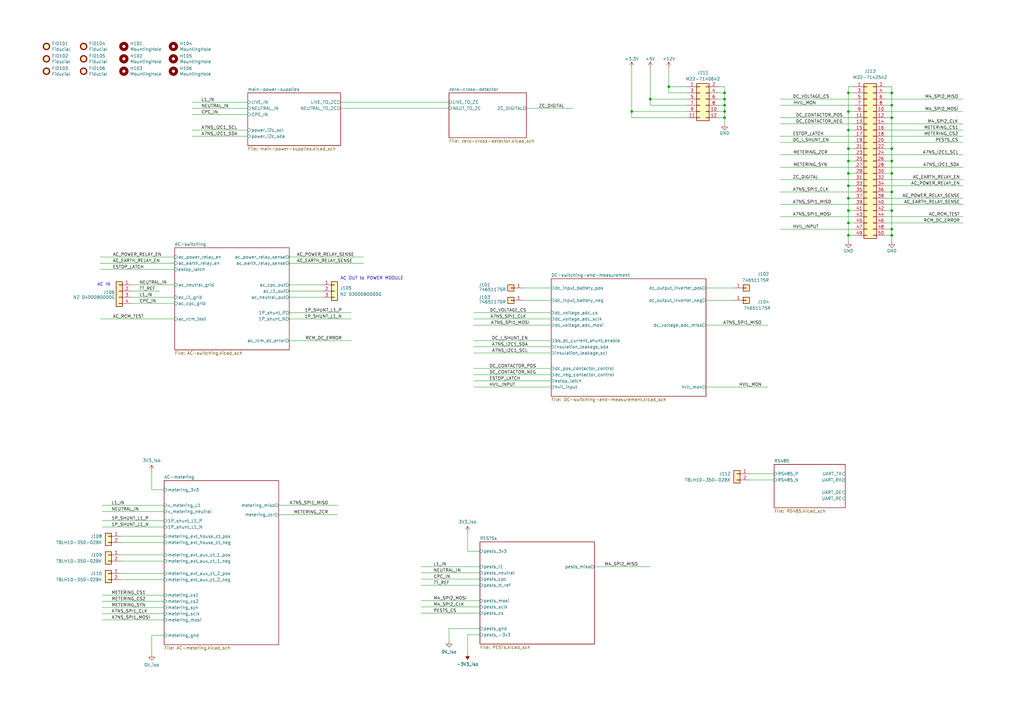
<source format=kicad_sch>
(kicad_sch (version 20230121) (generator eeschema)
  (paper "A3")
  (title_block (title "xx-xxx-PCB-001 Charger Control (HV1) Board") (date "2023-10-18") (rev "0.a") (company "Indra Renewable Technologies Ltd") (comment 1 "comment1") (comment 2 "comment2") (comment 3 "comment3") (comment 4 "comment4"))
  (lib_symbols
    (symbol "+12V_1" (power) (pin_names (offset 0))
      (property "Value" "+12V_1" (at 0 3.556 0))
      (symbol "+12V_1_0_1"
        (polyline (pts (xy -0.762 1.27) (xy 0 2.54)))
        (polyline (pts (xy 0 0) (xy 0 2.54)))
        (polyline (pts (xy 0 2.54) (xy 0.762 1.27)))
      )
      (symbol "+12V_1_1_1"
        (pin power_in line (at 0 0 90) (length 0) hide (name "+12V") (number "1"))
      )
    )
    (symbol "+5V_1" (power) (pin_names (offset 0))
      (property "Value" "+5V_1" (at 0 3.556 0))
      (symbol "+5V_1_0_1"
        (polyline (pts (xy -0.762 1.27) (xy 0 2.54)))
        (polyline (pts (xy 0 0) (xy 0 2.54)))
        (polyline (pts (xy 0 2.54) (xy 0.762 1.27)))
      )
      (symbol "+5V_1_1_1"
        (pin power_in line (at 0 0 90) (length 0) hide (name "+5V") (number "1"))
      )
    )
    (symbol "Connector_Generic:Conn_01x01" (pin_names (offset 1.016) hide)
      (property "Reference" "J" (at 0 2.54 0))
      (property "Value" "Conn_01x01" (at 0 -2.54 0))
      (symbol "Conn_01x01_1_1"
        (rectangle (start -1.27 0.127) (end 0 -0.127) (stroke (width 0.1524)))
        (rectangle (start -1.27 1.27) (end 1.27 -1.27) (stroke (width 0.254)) (fill (type background)))
        (pin passive line (at -5.08 0 0) (length 3.81) (name "Pin_1") (number "1"))
      )
    )
    (symbol "M22-7142542_1" (pin_names (offset 1.016) hide)
      (property "Reference" "J" (at 6.35 63.5 0))
      (property "Value" "M22-7142542" (at 6.35 -2.54 0))
      (symbol "M22-7142542_1_1_1"
        (rectangle (start 3.81 0.127) (end 5.08 -0.127) (stroke (width 0.1524)))
        (rectangle (start 3.81 2.667) (end 5.08 2.413) (stroke (width 0.1524)))
        (rectangle (start 3.81 5.207) (end 5.08 4.953) (stroke (width 0.1524)))
        (rectangle (start 3.81 7.747) (end 5.08 7.493) (stroke (width 0.1524)))
        (rectangle (start 3.81 10.287) (end 5.08 10.033) (stroke (width 0.1524)))
        (rectangle (start 3.81 12.827) (end 5.08 12.573) (stroke (width 0.1524)))
        (rectangle (start 3.81 15.367) (end 5.08 15.113) (stroke (width 0.1524)))
        (rectangle (start 3.81 17.907) (end 5.08 17.653) (stroke (width 0.1524)))
        (rectangle (start 3.81 20.447) (end 5.08 20.193) (stroke (width 0.1524)))
        (rectangle (start 3.81 22.987) (end 5.08 22.733) (stroke (width 0.1524)))
        (rectangle (start 3.81 25.527) (end 5.08 25.273) (stroke (width 0.1524)))
        (rectangle (start 3.81 28.067) (end 5.08 27.813) (stroke (width 0.1524)))
        (rectangle (start 3.81 30.607) (end 5.08 30.353) (stroke (width 0.1524)))
        (rectangle (start 3.81 33.147) (end 5.08 32.893) (stroke (width 0.1524)))
        (rectangle (start 3.81 35.687) (end 5.08 35.433) (stroke (width 0.1524)))
        (rectangle (start 3.81 38.227) (end 5.08 37.973) (stroke (width 0.1524)))
        (rectangle (start 3.81 40.767) (end 5.08 40.513) (stroke (width 0.1524)))
        (rectangle (start 3.81 43.307) (end 5.08 43.053) (stroke (width 0.1524)))
        (rectangle (start 3.81 45.847) (end 5.08 45.593) (stroke (width 0.1524)))
        (rectangle (start 3.81 48.387) (end 5.08 48.133) (stroke (width 0.1524)))
        (rectangle (start 3.81 50.927) (end 5.08 50.673) (stroke (width 0.1524)))
        (rectangle (start 3.81 53.467) (end 5.08 53.213) (stroke (width 0.1524)))
        (rectangle (start 3.81 56.007) (end 5.08 55.753) (stroke (width 0.1524)))
        (rectangle (start 3.81 58.547) (end 5.08 58.293) (stroke (width 0.1524)))
        (rectangle (start 3.81 61.087) (end 5.08 60.833) (stroke (width 0.1524)))
        (rectangle (start 3.81 62.23) (end 8.89 -1.27) (stroke (width 0.254)) (fill (type background)))
        (rectangle (start 8.89 0.127) (end 7.62 -0.127) (stroke (width 0.1524)))
        (rectangle (start 8.89 2.667) (end 7.62 2.413) (stroke (width 0.1524)))
        (rectangle (start 8.89 5.207) (end 7.62 4.953) (stroke (width 0.1524)))
        (rectangle (start 8.89 7.747) (end 7.62 7.493) (stroke (width 0.1524)))
        (rectangle (start 8.89 10.287) (end 7.62 10.033) (stroke (width 0.1524)))
        (rectangle (start 8.89 12.827) (end 7.62 12.573) (stroke (width 0.1524)))
        (rectangle (start 8.89 15.367) (end 7.62 15.113) (stroke (width 0.1524)))
        (rectangle (start 8.89 17.907) (end 7.62 17.653) (stroke (width 0.1524)))
        (rectangle (start 8.89 20.447) (end 7.62 20.193) (stroke (width 0.1524)))
        (rectangle (start 8.89 22.987) (end 7.62 22.733) (stroke (width 0.1524)))
        (rectangle (start 8.89 25.527) (end 7.62 25.273) (stroke (width 0.1524)))
        (rectangle (start 8.89 28.067) (end 7.62 27.813) (stroke (width 0.1524)))
        (rectangle (start 8.89 30.607) (end 7.62 30.353) (stroke (width 0.1524)))
        (rectangle (start 8.89 33.147) (end 7.62 32.893) (stroke (width 0.1524)))
        (rectangle (start 8.89 35.687) (end 7.62 35.433) (stroke (width 0.1524)))
        (rectangle (start 8.89 38.227) (end 7.62 37.973) (stroke (width 0.1524)))
        (rectangle (start 8.89 40.767) (end 7.62 40.513) (stroke (width 0.1524)))
        (rectangle (start 8.89 43.307) (end 7.62 43.053) (stroke (width 0.1524)))
        (rectangle (start 8.89 45.847) (end 7.62 45.593) (stroke (width 0.1524)))
        (rectangle (start 8.89 48.387) (end 7.62 48.133) (stroke (width 0.1524)))
        (rectangle (start 8.89 50.927) (end 7.62 50.673) (stroke (width 0.1524)))
        (rectangle (start 8.89 53.467) (end 7.62 53.213) (stroke (width 0.1524)))
        (rectangle (start 8.89 56.007) (end 7.62 55.753) (stroke (width 0.1524)))
        (rectangle (start 8.89 58.547) (end 7.62 58.293) (stroke (width 0.1524)))
        (rectangle (start 8.89 61.087) (end 7.62 60.833) (stroke (width 0.1524)))
        (pin passive line (at 0 60.96 0) (length 3.81) (name "Pin_1") (number "1"))
        (pin passive line (at 12.7 50.8 180) (length 3.81) (name "Pin_10") (number "10"))
        (pin passive line (at 0 48.26 0) (length 3.81) (name "Pin_11") (number "11"))
        (pin passive line (at 12.7 48.26 180) (length 3.81) (name "Pin_12") (number "12"))
        (pin passive line (at 0 45.72 0) (length 3.81) (name "Pin_13") (number "13"))
        (pin passive line (at 12.7 45.72 180) (length 3.81) (name "Pin_14") (number "14"))
        (pin passive line (at 0 43.18 0) (length 3.81) (name "Pin_15") (number "15"))
        (pin passive line (at 12.7 43.18 180) (length 3.81) (name "Pin_16") (number "16"))
        (pin passive line (at 0 40.64 0) (length 3.81) (name "Pin_17") (number "17"))
        (pin passive line (at 12.7 40.64 180) (length 3.81) (name "Pin_18") (number "18"))
        (pin passive line (at 0 38.1 0) (length 3.81) (name "Pin_19") (number "19"))
        (pin passive line (at 12.7 60.96 180) (length 3.81) (name "Pin_2") (number "2"))
        (pin passive line (at 12.7 38.1 180) (length 3.81) (name "Pin_20") (number "20"))
        (pin passive line (at 0 35.56 0) (length 3.81) (name "Pin_21") (number "21"))
        (pin passive line (at 12.7 35.56 180) (length 3.81) (name "Pin_22") (number "22"))
        (pin passive line (at 0 33.02 0) (length 3.81) (name "Pin_23") (number "23"))
        (pin passive line (at 12.7 33.02 180) (length 3.81) (name "Pin_24") (number "24"))
        (pin passive line (at 0 30.48 0) (length 3.81) (name "Pin_25") (number "25"))
        (pin passive line (at 12.7 30.48 180) (length 3.81) (name "Pin_26") (number "26"))
        (pin passive line (at 0 27.94 0) (length 3.81) (name "Pin_27") (number "27"))
        (pin passive line (at 12.7 27.94 180) (length 3.81) (name "Pin_28") (number "28"))
        (pin passive line (at 0 25.4 0) (length 3.81) (name "Pin_29") (number "29"))
        (pin passive line (at 0 58.42 0) (length 3.81) (name "Pin_3") (number "3"))
        (pin passive line (at 12.7 25.4 180) (length 3.81) (name "Pin_30") (number "30"))
        (pin passive line (at 0 22.86 0) (length 3.81) (name "Pin_31") (number "31"))
        (pin passive line (at 12.7 22.86 180) (length 3.81) (name "Pin_32") (number "32"))
        (pin passive line (at 0 20.32 0) (length 3.81) (name "Pin_33") (number "33"))
        (pin passive line (at 12.7 20.32 180) (length 3.81) (name "Pin_34") (number "34"))
        (pin passive line (at 0 17.78 0) (length 3.81) (name "Pin_35") (number "35"))
        (pin passive line (at 12.7 17.78 180) (length 3.81) (name "Pin_36") (number "36"))
        (pin passive line (at 0 15.24 0) (length 3.81) (name "Pin_37") (number "37"))
        (pin passive line (at 12.7 15.24 180) (length 3.81) (name "Pin_38") (number "38"))
        (pin passive line (at 0 12.7 0) (length 3.81) (name "Pin_39") (number "39"))
        (pin passive line (at 12.7 58.42 180) (length 3.81) (name "Pin_4") (number "4"))
        (pin passive line (at 12.7 12.7 180) (length 3.81) (name "Pin_40") (number "40"))
        (pin passive line (at 0 10.16 0) (length 3.81) (name "Pin_41") (number "41"))
        (pin passive line (at 12.7 10.16 180) (length 3.81) (name "Pin_42") (number "42"))
        (pin passive line (at 0 7.62 0) (length 3.81) (name "Pin_43") (number "43"))
        (pin passive line (at 12.7 7.62 180) (length 3.81) (name "Pin_44") (number "44"))
        (pin passive line (at 0 5.08 0) (length 3.81) (name "Pin_45") (number "45"))
        (pin passive line (at 12.7 5.08 180) (length 3.81) (name "Pin_46") (number "46"))
        (pin passive line (at 0 2.54 0) (length 3.81) (name "Pin_47") (number "47"))
        (pin passive line (at 12.7 2.54 180) (length 3.81) (name "Pin_48") (number "48"))
        (pin passive line (at 0 0 0) (length 3.81) (name "Pin_49") (number "49"))
        (pin passive line (at 0 55.88 0) (length 3.81) (name "Pin_5") (number "5"))
        (pin passive line (at 12.7 0 180) (length 3.81) (name "Pin_50") (number "50"))
        (pin passive line (at 12.7 55.88 180) (length 3.81) (name "Pin_6") (number "6"))
        (pin passive line (at 0 53.34 0) (length 3.81) (name "Pin_7") (number "7"))
        (pin passive line (at 12.7 53.34 180) (length 3.81) (name "Pin_8") (number "8"))
        (pin passive line (at 0 50.8 0) (length 3.81) (name "Pin_9") (number "9"))
      )
    )
    (symbol "Mechanical:Fiducial"
      (property "Reference" "FID" (at 0 5.08 0))
      (property "Value" "Fiducial" (at 0 3.175 0))
      (symbol "Fiducial_0_1"
        (circle (center 0 0) (radius 1.27) (stroke (width 0.508)) (fill (type background)))
      )
    )
    (symbol "Mechanical:MountingHole" (pin_names (offset 1.016))
      (property "Reference" "H" (at 0 5.08 0))
      (property "Value" "MountingHole" (at 0 3.175 0))
      (symbol "MountingHole_0_1"
        (circle (center 0 0) (radius 1.27) (stroke (width 1.27)))
      )
    )
    (symbol "hw-v2x-play1_1-power-board:+3V3_iso" (power) (pin_numbers hide) (pin_names (offset 0) hide)
      (property "Value" "+3V3_iso" (at 0 4.3942 0))
      (symbol "+3V3_iso_1_1"
        (polyline (pts (xy -0.762 1.27) (xy 0 2.54)))
        (polyline (pts (xy 0 0) (xy 0 2.54)))
        (polyline (pts (xy 0 2.54) (xy 0.762 1.27)))
        (pin power_in line (at 0 0 0) (length 2.54) hide (name "3V3_iso") (number "1"))
      )
    )
    (symbol "hw-v2x-play1_1-power-board:-3V3_iso" (power) (pin_numbers hide) (pin_names (offset 0) hide)
      (property "Value" "-3V3_iso" (at 0 4.3942 0))
      (symbol "-3V3_iso_1_1"
        (polyline (pts (xy 0 0) (xy 0 1.27) (xy 0.762 1.27) (xy 0 2.54) (xy -0.762 1.27) (xy 0 1.27)) (fill (type outline)))
        (pin power_in line (at 0 0 0) (length 2.54) hide (name "-3V3_iso") (number "1"))
      )
    )
    (symbol "hw-v2x-play1_1-power-board:0V_iso" (power) (pin_names (offset 0))
      (property "Value" "0V_iso" (at 0 -3.81 0))
      (symbol "0V_iso_0_1"
        (polyline (pts (xy 0 0) (xy 0 -1.27) (xy 1.27 -1.27) (xy 0 -2.54) (xy -1.27 -1.27) (xy 0 -1.27)))
      )
      (symbol "0V_iso_1_1"
        (pin power_in line (at 0 0 270) (length 0) hide (name "0V_iso") (number "1"))
      )
    )
    (symbol "hw-v2x-play1_1-power-board:M22-7140642" (pin_names (offset 1.016) hide)
      (property "Reference" "J" (at 6.35 15.24 0))
      (property "Value" "M22-7140642" (at 6.35 -2.54 0))
      (symbol "M22-7140642_1_1"
        (rectangle (start 3.81 0.127) (end 5.08 -0.127) (stroke (width 0.1524)))
        (rectangle (start 3.81 2.667) (end 5.08 2.413) (stroke (width 0.1524)))
        (rectangle (start 3.81 5.207) (end 5.08 4.953) (stroke (width 0.1524)))
        (rectangle (start 3.81 7.747) (end 5.08 7.493) (stroke (width 0.1524)))
        (rectangle (start 3.81 10.287) (end 5.08 10.033) (stroke (width 0.1524)))
        (rectangle (start 3.81 12.827) (end 5.08 12.573) (stroke (width 0.1524)))
        (rectangle (start 3.81 13.97) (end 8.89 -1.27) (stroke (width 0.254)) (fill (type background)))
        (rectangle (start 8.89 0.127) (end 7.62 -0.127) (stroke (width 0.1524)))
        (rectangle (start 8.89 2.667) (end 7.62 2.413) (stroke (width 0.1524)))
        (rectangle (start 8.89 5.207) (end 7.62 4.953) (stroke (width 0.1524)))
        (rectangle (start 8.89 7.747) (end 7.62 7.493) (stroke (width 0.1524)))
        (rectangle (start 8.89 10.287) (end 7.62 10.033) (stroke (width 0.1524)))
        (rectangle (start 8.89 12.827) (end 7.62 12.573) (stroke (width 0.1524)))
        (pin passive line (at 0 12.7 0) (length 3.81) (name "Pin_1") (number "1"))
        (pin passive line (at 12.7 2.54 180) (length 3.81) (name "Pin_10") (number "10"))
        (pin passive line (at 0 0 0) (length 3.81) (name "Pin_11") (number "11"))
        (pin passive line (at 12.7 0 180) (length 3.81) (name "Pin_12") (number "12"))
        (pin passive line (at 12.7 12.7 180) (length 3.81) (name "Pin_2") (number "2"))
        (pin passive line (at 0 10.16 0) (length 3.81) (name "Pin_3") (number "3"))
        (pin passive line (at 12.7 10.16 180) (length 3.81) (name "Pin_4") (number "4"))
        (pin passive line (at 0 7.62 0) (length 3.81) (name "Pin_5") (number "5"))
        (pin passive line (at 12.7 7.62 180) (length 3.81) (name "Pin_6") (number "6"))
        (pin passive line (at 0 5.08 0) (length 3.81) (name "Pin_7") (number "7"))
        (pin passive line (at 12.7 5.08 180) (length 3.81) (name "Pin_8") (number "8"))
        (pin passive line (at 0 2.54 0) (length 3.81) (name "Pin_9") (number "9"))
      )
    )
    (symbol "hw-v2x-play1_1-power-board:NZ_0300xB0000G" (pin_names (offset 1.016) hide)
      (property "Reference" "J" (at 8.89 5.715 0))
      (property "Value" "NZ 03000B0000G" (at 8.89 -3.81 0))
      (symbol "NZ_0300xB0000G_1_1"
        (rectangle (start 3.81 0.127) (end 5.08 -0.127) (stroke (width 0.1524)))
        (rectangle (start 3.81 2.667) (end 5.08 2.413) (stroke (width 0.1524)))
        (rectangle (start 3.81 5.207) (end 5.08 4.953) (stroke (width 0.1524)))
        (rectangle (start 3.81 6.35) (end 6.35 -1.27) (stroke (width 0.254)) (fill (type background)))
        (pin passive line (at 0 5.08 0) (length 3.81) (name "Pin_1") (number "1"))
        (pin passive line (at 0 2.54 0) (length 3.81) (name "Pin_2") (number "2"))
        (pin passive line (at 0 0 0) (length 3.81) (name "Pin_3") (number "3"))
      )
    )
    (symbol "hw-v2x-play1_1-power-board:NZ_0400xB0000G" (pin_names (offset 1.016) hide)
      (property "Reference" "J" (at 3.81 3.175 0))
      (property "Value" "NZ 04000B0000G" (at 7.62 -3.175 0))
      (symbol "NZ_0400xB0000G_1_1"
        (rectangle (start 3.81 0.127) (end 5.08 -0.127) (stroke (width 0.1524)))
        (rectangle (start 3.81 2.667) (end 5.08 2.413) (stroke (width 0.1524)))
        (rectangle (start 3.81 5.207) (end 5.08 4.953) (stroke (width 0.1524)))
        (rectangle (start 3.81 7.747) (end 5.08 7.493) (stroke (width 0.1524)))
        (rectangle (start 3.81 8.89) (end 6.35 -1.27) (stroke (width 0.254)) (fill (type background)))
        (pin passive line (at 0 7.62 0) (length 3.81) (name "Pin_1") (number "1"))
        (pin passive line (at 0 5.08 0) (length 3.81) (name "Pin_2") (number "2"))
        (pin passive line (at 0 2.54 0) (length 3.81) (name "Pin_3") (number "3"))
        (pin passive line (at 0 0 0) (length 3.81) (name "Pin_4") (number "4"))
      )
    )
    (symbol "hw-v2x-play1_1-power-board:TBLH10-350-02BK" (pin_names (offset 1.016) hide)
      (property "Reference" "J" (at 5.08 5.08 0))
      (property "Value" "TBLH10-350-02BK" (at 5.08 -2.54 0))
      (symbol "TBLH10-350-02BK_1_1"
        (rectangle (start 3.81 0.127) (end 5.08 -0.127) (stroke (width 0.1524)))
        (rectangle (start 3.81 2.667) (end 5.08 2.413) (stroke (width 0.1524)))
        (rectangle (start 3.81 3.81) (end 6.35 -1.27) (stroke (width 0.254)) (fill (type background)))
        (pin passive line (at 0 2.54 0) (length 3.81) (name "Pin_1") (number "1"))
        (pin passive line (at 0 0 0) (length 3.81) (name "Pin_2") (number "2"))
      )
    )
    (symbol "power:+3.3V" (power) (pin_names (offset 0))
      (property "Value" "+3.3V" (at 0 3.556 0))
      (symbol "+3.3V_0_1"
        (polyline (pts (xy -0.762 1.27) (xy 0 2.54)))
        (polyline (pts (xy 0 0) (xy 0 2.54)))
        (polyline (pts (xy 0 2.54) (xy 0.762 1.27)))
      )
      (symbol "+3.3V_1_1"
        (pin power_in line (at 0 0 90) (length 0) hide (name "+3.3V") (number "1"))
      )
    )
    (symbol "power:GND" (power) (pin_names (offset 0))
      (property "Value" "GND" (at 0 -3.81 0))
      (symbol "GND_0_1"
        (polyline (pts (xy 0 0) (xy 0 -1.27) (xy 1.27 -1.27) (xy 0 -2.54) (xy -1.27 -1.27) (xy 0 -1.27)))
      )
      (symbol "GND_1_1"
        (pin power_in line (at 0 0 270) (length 0) hide (name "GND") (number "1"))
      )
    )
  )
  (junction (at 297.18 48.26))
  (junction (at 365.76 86.36))
  (junction (at 365.76 71.12))
  (junction (at 274.32 35.56))
  (junction (at 347.98 71.12))
  (junction (at 347.98 96.52))
  (junction (at 365.76 38.1))
  (junction (at 347.98 60.96))
  (junction (at 365.76 48.26))
  (junction (at 347.98 91.44))
  (junction (at 365.76 93.98))
  (junction (at 297.18 38.1))
  (junction (at 297.18 40.64))
  (junction (at 347.98 53.34))
  (junction (at 297.18 43.18))
  (junction (at 347.98 86.36))
  (junction (at 259.08 45.72))
  (junction (at 365.76 60.96))
  (junction (at 297.18 45.72))
  (junction (at 365.76 78.74))
  (junction (at 347.98 81.28))
  (junction (at 347.98 76.2))
  (junction (at 365.76 66.04))
  (junction (at 365.76 43.18))
  (junction (at 347.98 45.72))
  (junction (at 347.98 38.1))
  (junction (at 266.7 40.64))
  (junction (at 347.98 66.04))
  (junction (at 365.76 96.52))
  (wire (pts (xy 259.08 48.26) (xy 281.94 48.26)))
  (wire (pts (xy 41.91 251.714) (xy 67.31 251.714)))
  (wire (pts (xy 363.22 38.1) (xy 365.76 38.1)))
  (wire (pts (xy 172.72 251.46) (xy 196.85 251.46)))
  (wire (pts (xy 184.15 262.89) (xy 184.15 257.81)))
  (wire (pts (xy 41.91 249.174) (xy 67.31 249.174)))
  (wire (pts (xy 363.22 66.04) (xy 365.76 66.04)))
  (wire (pts (xy 363.22 83.82) (xy 394.97 83.82)))
  (wire (pts (xy 49.53 235.204) (xy 67.31 235.204)))
  (wire (pts (xy 49.53 230.124) (xy 67.31 230.124)))
  (wire (pts (xy 350.52 35.56) (xy 347.98 35.56)))
  (wire (pts (xy 347.98 86.36) (xy 347.98 91.44)))
  (wire (pts (xy 214.63 123.19) (xy 226.06 123.19)))
  (wire (pts (xy 118.618 119.38) (xy 132.08 119.38)))
  (wire (pts (xy 347.98 60.96) (xy 350.52 60.96)))
  (wire (pts (xy 172.72 234.95) (xy 196.85 234.95)))
  (wire (pts (xy 41.91 213.614) (xy 67.31 213.614)))
  (wire (pts (xy 41.91 254.254) (xy 67.31 254.254)))
  (wire (pts (xy 118.618 107.95) (xy 149.098 107.95)))
  (wire (pts (xy 365.76 48.26) (xy 365.76 60.96)))
  (wire (pts (xy 363.22 60.96) (xy 365.76 60.96)))
  (wire (pts (xy 194.31 156.21) (xy 226.06 156.21)))
  (wire (pts (xy 49.53 219.964) (xy 67.31 219.964)))
  (wire (pts (xy 78.74 55.88) (xy 101.6 55.88)))
  (wire (pts (xy 365.76 38.1) (xy 365.76 43.18)))
  (wire (pts (xy 41.148 110.49) (xy 71.628 110.49)))
  (wire (pts (xy 41.148 107.95) (xy 71.628 107.95)))
  (wire (pts (xy 49.53 222.504) (xy 67.31 222.504)))
  (wire (pts (xy 274.32 38.1) (xy 281.94 38.1)))
  (wire (pts (xy 347.98 53.34) (xy 350.52 53.34)))
  (wire (pts (xy 365.76 71.12) (xy 365.76 78.74)))
  (wire (pts (xy 259.08 27.94) (xy 259.08 45.72)))
  (wire (pts (xy 118.618 121.92) (xy 132.08 121.92)))
  (wire (pts (xy 289.56 123.19) (xy 300.99 123.19)))
  (wire (pts (xy 78.74 44.45) (xy 101.6 44.45)))
  (wire (pts (xy 363.22 86.36) (xy 365.76 86.36)))
  (wire (pts (xy 53.975 119.38) (xy 65.405 119.38)))
  (wire (pts (xy 347.98 66.04) (xy 347.98 71.12)))
  (wire (pts (xy 53.975 116.84) (xy 71.628 116.84)))
  (wire (pts (xy 41.91 209.804) (xy 67.31 209.804)))
  (wire (pts (xy 139.7 41.91) (xy 184.15 41.91)))
  (wire (pts (xy 363.22 35.56) (xy 365.76 35.56)))
  (wire (pts (xy 118.618 128.27) (xy 144.018 128.27)))
  (wire (pts (xy 365.76 43.18) (xy 365.76 48.26)))
  (wire (pts (xy 347.98 76.2) (xy 347.98 81.28)))
  (wire (pts (xy 297.18 35.56) (xy 297.18 38.1)))
  (wire (pts (xy 363.22 81.28) (xy 394.97 81.28)))
  (wire (pts (xy 118.618 130.81) (xy 144.018 130.81)))
  (wire (pts (xy 363.22 76.2) (xy 394.97 76.2)))
  (wire (pts (xy 320.04 43.18) (xy 350.52 43.18)))
  (wire (pts (xy 194.31 128.27) (xy 226.06 128.27)))
  (wire (pts (xy 294.64 40.64) (xy 297.18 40.64)))
  (wire (pts (xy 347.98 91.44) (xy 350.52 91.44)))
  (wire (pts (xy 297.18 40.64) (xy 297.18 43.18)))
  (wire (pts (xy 363.22 88.9) (xy 394.97 88.9)))
  (wire (pts (xy 363.22 96.52) (xy 365.76 96.52)))
  (wire (pts (xy 172.72 248.92) (xy 196.85 248.92)))
  (wire (pts (xy 191.77 267.97) (xy 191.77 260.35)))
  (wire (pts (xy 266.7 40.64) (xy 266.7 43.18)))
  (wire (pts (xy 363.22 93.98) (xy 365.76 93.98)))
  (wire (pts (xy 114.3 207.264) (xy 138.43 207.264)))
  (wire (pts (xy 172.72 232.41) (xy 196.85 232.41)))
  (wire (pts (xy 41.91 207.264) (xy 67.31 207.264)))
  (wire (pts (xy 363.22 45.72) (xy 394.97 45.72)))
  (wire (pts (xy 320.04 55.88) (xy 350.52 55.88)))
  (wire (pts (xy 320.04 48.26) (xy 350.52 48.26)))
  (wire (pts (xy 259.08 45.72) (xy 259.08 48.26)))
  (wire (pts (xy 347.98 91.44) (xy 347.98 96.52)))
  (wire (pts (xy 363.22 40.64) (xy 394.97 40.64)))
  (wire (pts (xy 41.91 246.634) (xy 67.31 246.634)))
  (wire (pts (xy 365.76 66.04) (xy 365.76 71.12)))
  (wire (pts (xy 347.98 71.12) (xy 350.52 71.12)))
  (wire (pts (xy 114.3 211.074) (xy 138.43 211.074)))
  (wire (pts (xy 347.98 60.96) (xy 347.98 66.04)))
  (wire (pts (xy 347.98 76.2) (xy 350.52 76.2)))
  (wire (pts (xy 194.31 133.35) (xy 226.06 133.35)))
  (wire (pts (xy 191.77 260.35) (xy 196.85 260.35)))
  (wire (pts (xy 266.7 40.64) (xy 281.94 40.64)))
  (wire (pts (xy 118.618 105.41) (xy 149.098 105.41)))
  (wire (pts (xy 62.23 260.604) (xy 67.31 260.604)))
  (wire (pts (xy 363.22 53.34) (xy 394.97 53.34)))
  (wire (pts (xy 363.22 58.42) (xy 394.97 58.42)))
  (wire (pts (xy 363.22 68.58) (xy 394.97 68.58)))
  (wire (pts (xy 41.91 244.094) (xy 67.31 244.094)))
  (wire (pts (xy 172.72 246.38) (xy 196.85 246.38)))
  (wire (pts (xy 118.618 116.84) (xy 132.08 116.84)))
  (wire (pts (xy 363.22 43.18) (xy 365.76 43.18)))
  (wire (pts (xy 347.98 45.72) (xy 347.98 53.34)))
  (wire (pts (xy 41.148 130.81) (xy 71.628 130.81)))
  (wire (pts (xy 194.31 151.13) (xy 226.06 151.13)))
  (wire (pts (xy 294.64 45.72) (xy 297.18 45.72)))
  (wire (pts (xy 320.04 40.64) (xy 350.52 40.64)))
  (wire (pts (xy 172.72 240.03) (xy 196.85 240.03)))
  (wire (pts (xy 363.22 50.8) (xy 394.97 50.8)))
  (wire (pts (xy 274.32 27.94) (xy 274.32 35.56)))
  (wire (pts (xy 363.22 78.74) (xy 365.76 78.74)))
  (wire (pts (xy 294.64 38.1) (xy 297.18 38.1)))
  (wire (pts (xy 297.18 45.72) (xy 297.18 48.26)))
  (wire (pts (xy 294.64 43.18) (xy 297.18 43.18)))
  (wire (pts (xy 215.9 44.45) (xy 234.95 44.45)))
  (wire (pts (xy 347.98 38.1) (xy 347.98 45.72)))
  (wire (pts (xy 274.32 35.56) (xy 274.32 38.1)))
  (wire (pts (xy 191.77 226.06) (xy 196.85 226.06)))
  (wire (pts (xy 274.32 35.56) (xy 281.94 35.56)))
  (wire (pts (xy 289.56 118.11) (xy 300.99 118.11)))
  (wire (pts (xy 118.618 139.7) (xy 144.018 139.7)))
  (wire (pts (xy 194.31 130.81) (xy 226.06 130.81)))
  (wire (pts (xy 266.7 43.18) (xy 281.94 43.18)))
  (wire (pts (xy 320.04 88.9) (xy 350.52 88.9)))
  (wire (pts (xy 365.76 96.52) (xy 365.76 99.06)))
  (wire (pts (xy 347.98 45.72) (xy 350.52 45.72)))
  (wire (pts (xy 62.23 193.294) (xy 62.23 200.914)))
  (wire (pts (xy 307.34 196.85) (xy 317.5 196.85)))
  (wire (pts (xy 289.56 158.75) (xy 314.96 158.75)))
  (wire (pts (xy 365.76 86.36) (xy 365.76 93.98)))
  (wire (pts (xy 214.63 118.11) (xy 226.06 118.11)))
  (wire (pts (xy 347.98 96.52) (xy 350.52 96.52)))
  (wire (pts (xy 259.08 45.72) (xy 281.94 45.72)))
  (wire (pts (xy 78.74 53.34) (xy 101.6 53.34)))
  (wire (pts (xy 363.22 91.44) (xy 394.97 91.44)))
  (wire (pts (xy 243.84 232.41) (xy 266.7 232.41)))
  (wire (pts (xy 194.31 142.24) (xy 226.06 142.24)))
  (wire (pts (xy 363.22 73.66) (xy 394.97 73.66)))
  (wire (pts (xy 347.98 53.34) (xy 347.98 60.96)))
  (wire (pts (xy 347.98 71.12) (xy 347.98 76.2)))
  (wire (pts (xy 347.98 66.04) (xy 350.52 66.04)))
  (wire (pts (xy 363.22 63.5) (xy 394.97 63.5)))
  (wire (pts (xy 297.18 38.1) (xy 297.18 40.64)))
  (wire (pts (xy 62.23 268.224) (xy 62.23 260.604)))
  (wire (pts (xy 320.04 83.82) (xy 350.52 83.82)))
  (wire (pts (xy 347.98 81.28) (xy 350.52 81.28)))
  (wire (pts (xy 41.91 216.154) (xy 67.31 216.154)))
  (wire (pts (xy 49.53 227.584) (xy 67.31 227.584)))
  (wire (pts (xy 365.76 60.96) (xy 365.76 66.04)))
  (wire (pts (xy 266.7 27.94) (xy 266.7 40.64)))
  (wire (pts (xy 320.04 50.8) (xy 350.52 50.8)))
  (wire (pts (xy 194.31 144.78) (xy 226.06 144.78)))
  (wire (pts (xy 139.7 44.45) (xy 184.15 44.45)))
  (wire (pts (xy 194.31 158.75) (xy 226.06 158.75)))
  (wire (pts (xy 289.56 133.35) (xy 314.96 133.35)))
  (wire (pts (xy 347.98 86.36) (xy 350.52 86.36)))
  (wire (pts (xy 184.15 257.81) (xy 196.85 257.81)))
  (wire (pts (xy 53.975 124.46) (xy 71.628 124.46)))
  (wire (pts (xy 347.98 81.28) (xy 347.98 86.36)))
  (wire (pts (xy 363.22 55.88) (xy 394.97 55.88)))
  (wire (pts (xy 294.64 35.56) (xy 297.18 35.56)))
  (wire (pts (xy 347.98 96.52) (xy 347.98 99.06)))
  (wire (pts (xy 41.148 105.41) (xy 71.628 105.41)))
  (wire (pts (xy 194.31 139.7) (xy 226.06 139.7)))
  (wire (pts (xy 172.72 237.49) (xy 196.85 237.49)))
  (wire (pts (xy 363.22 48.26) (xy 365.76 48.26)))
  (wire (pts (xy 78.74 46.99) (xy 101.6 46.99)))
  (wire (pts (xy 78.74 41.91) (xy 101.6 41.91)))
  (wire (pts (xy 320.04 78.74) (xy 350.52 78.74)))
  (wire (pts (xy 297.18 43.18) (xy 297.18 45.72)))
  (wire (pts (xy 320.04 63.5) (xy 350.52 63.5)))
  (wire (pts (xy 294.64 48.26) (xy 297.18 48.26)))
  (wire (pts (xy 320.04 73.66) (xy 350.52 73.66)))
  (wire (pts (xy 350.52 68.58) (xy 320.04 68.58)))
  (wire (pts (xy 365.76 35.56) (xy 365.76 38.1)))
  (wire (pts (xy 365.76 93.98) (xy 365.76 96.52)))
  (wire (pts (xy 53.975 121.92) (xy 71.628 121.92)))
  (wire (pts (xy 297.18 48.26) (xy 297.18 50.8)))
  (wire (pts (xy 307.34 194.31) (xy 317.5 194.31)))
  (wire (pts (xy 62.23 200.914) (xy 67.31 200.914)))
  (wire (pts (xy 347.98 35.56) (xy 347.98 38.1)))
  (wire (pts (xy 320.04 58.42) (xy 350.52 58.42)))
  (wire (pts (xy 320.04 93.98) (xy 350.52 93.98)))
  (wire (pts (xy 49.53 237.744) (xy 67.31 237.744)))
  (wire (pts (xy 191.77 218.44) (xy 191.77 226.06)))
  (wire (pts (xy 363.22 71.12) (xy 365.76 71.12)))
  (wire (pts (xy 194.31 153.67) (xy 226.06 153.67)))
  (wire (pts (xy 347.98 38.1) (xy 350.52 38.1)))
  (wire (pts (xy 365.76 78.74) (xy 365.76 86.36)))
  (text "AC IN" (at 39.878 117.475 0) (effects (font (size 1.27 1.27)) (justify left bottom)))
  (text "AC OUT to POWER MODULE" (at 139.573 114.935 0) (effects (font (size 1.27 1.27)) (justify left bottom)))
  (label "DC_CONTACTOR_POS" (at 200.66 151.13 0))
  (label "RCM_DC_ERROR" (at 393.7 91.44 180))
  (label "DC_I_SHUNT_EN" (at 325.12 58.42 0))
  (label "M4_SPI2_MOSI" (at 177.8 246.38 0))
  (label "AC_POWER_RELAY_SENSE" (at 145.288 105.41 180))
  (label "TT_REF" (at 57.15 119.38 0))
  (label "AC_RCM_TEST" (at 393.7 88.9 180))
  (label "DC_CONTACTOR_POS" (at 326.39 48.26 0))
  (label "NEUTRAL_IN" (at 177.8 234.95 0))
  (label "A7NS_SPI1_MISO" (at 325.12 83.82 0))
  (label "A7NS_SPI1_MISO" (at 312.42 133.35 180))
  (label "DC_VOLTAGE_CS" (at 215.9 128.27 180))
  (label "TT_REF" (at 177.8 240.03 0))
  (label "METERING_CS1" (at 393.065 53.34 180))
  (label "A7NS_I2C1_SCL" (at 82.55 53.34 0))
  (label "M4_SPI2_MOSI" (at 393.065 45.72 180))
  (label "A7NS_I2C1_SDA" (at 393.446 68.58 180))
  (label "M4_SPI2_CLK" (at 177.8 248.92 0))
  (label "L1_IN" (at 45.72 207.264 0))
  (label "L1_IN" (at 57.15 121.92 0))
  (label "A7NS_SPI1_MOSI" (at 45.72 254.254 0))
  (label "AC_EARTH_RELAY_SENSE" (at 393.7 83.82 180))
  (label "A7NS_SPI1_CLK" (at 45.72 251.714 0))
  (label "DC_CONTACTOR_NEG" (at 326.39 50.8 0))
  (label "AC_POWER_RELAY_EN" (at 46.228 105.41 0))
  (label "1P_SHUNT_L1_P" (at 140.208 128.27 180))
  (label "ESTOP_LATCH" (at 46.228 110.49 0))
  (label "A7NS_SPI1_MISO" (at 134.62 207.264 180))
  (label "AC_EARTH_RELAY_EN" (at 46.228 107.95 0))
  (label "METERING_CS1" (at 45.72 244.094 0))
  (label "A7NS_I2C1_SCL" (at 216.535 144.78 180))
  (label "HVIL_MON" (at 325.374 43.18 0))
  (label "METERING_SYN" (at 45.72 249.174 0))
  (label "ZC_DIGITAL" (at 220.98 44.45 0))
  (label "METERING_CS2" (at 45.72 246.634 0))
  (label "AC_RCM_TEST" (at 46.228 130.81 0))
  (label "PESTS_CS" (at 393.065 58.42 180))
  (label "1P_SHUNT_L1_N" (at 45.72 216.154 0))
  (label "AC_POWER_RELAY_SENSE" (at 393.7 81.28 180))
  (label "METERING_ZCR" (at 134.62 211.074 180))
  (label "AC_EARTH_RELAY_EN" (at 393.7 73.66 180))
  (label "DC_I_SHUNT_EN" (at 216.535 139.7 180))
  (label "M4_SPI2_CLK" (at 393.065 50.8 180))
  (label "METERING_ZCR" (at 325.374 63.5 0))
  (label "L1_IN" (at 82.55 41.91 0))
  (label "ZC_DIGITAL" (at 325.12 73.66 0))
  (label "DC_VOLTAGE_CS" (at 325.12 40.64 0))
  (label "PESTS_CS" (at 177.8 251.46 0))
  (label "A7NS_I2C1_SDA" (at 82.55 55.88 0))
  (label "A7NS_I2C1_SDA" (at 216.535 142.24 180))
  (label "DC_CONTACTOR_NEG" (at 200.66 153.67 0))
  (label "1P_SHUNT_L1_N" (at 140.208 130.81 180))
  (label "A7NS_SPI1_MOSI" (at 217.17 133.35 180))
  (label "A7NS_I2C1_SCL" (at 393.192 63.5 180))
  (label "NEUTRAL_IN" (at 45.72 209.804 0))
  (label "ESTOP_LATCH" (at 200.66 156.21 0))
  (label "A7NS_SPI1_CLK" (at 215.9 130.81 180))
  (label "NEUTRAL_IN" (at 82.55 44.45 0))
  (label "NEUTRAL_IN" (at 57.15 116.84 0))
  (label "HVIL_INPUT" (at 200.66 158.75 0))
  (label "AC_EARTH_RELAY_SENSE" (at 144.653 107.95 180))
  (label "METERING_CS2" (at 393.065 55.88 180))
  (label "METERING_SYN" (at 325.374 68.58 0))
  (label "M4_SPI2_MISO" (at 261.62 232.41 180))
  (label "ESTOP_LATCH" (at 325.12 55.88 0))
  (label "HVIL_MON" (at 312.42 158.75 180))
  (label "1P_SHUNT_L1_P" (at 45.72 213.614 0))
  (label "HVIL_INPUT" (at 325.12 93.98 0))
  (label "L1_IN" (at 177.8 232.41 0))
  (label "CPC_IN" (at 57.15 124.46 0))
  (label "RCM_DC_ERROR" (at 140.208 139.7 180))
  (label "M4_SPI2_MISO" (at 393.065 40.64 180))
  (label "A7NS_SPI1_CLK" (at 325.12 78.74 0))
  (label "AC_POWER_RELAY_EN" (at 393.7 76.2 180))
  (label "CPC_IN" (at 82.55 46.99 0))
  (label "CPC_IN" (at 177.8 237.49 0))
  (label "A7NS_SPI1_MOSI" (at 325.12 88.9 0))
  (symbol (lib_id "Mechanical:Fiducial") (at 19.05 29.21 0) (unit 1)
    (property "Reference" "FID103" (at 21.209 28.0416 0) (effects (justify left)))
    (property "Value" "Fiducial" (at 21.209 30.353 0) (effects (justify left)))
    (property "Footprint" "Fiducial:Fiducial_0.5mm_Mask1mm" (effects hide))
  )
  (symbol (lib_id "Connector_Generic:Conn_01x01") (at 306.07 123.19 0) (mirror x) (unit 1)
    (property "Reference" "J104" (at 313.055 123.825 0))
    (property "Value" "74651175R" (at 310.515 126.365 0))
    (property "Footprint" "TerminalBlock_Wuerth:Wuerth_REDCUBE-THR_WP-THRSH_74651175_THR" (effects hide))
    (property "Manufacturer" "Wurth Elektronik" (effects hide))
    (property "Manufacturer Part Number" "74651175R" (effects hide))
  )
  (symbol (lib_id "Mechanical:Fiducial") (at 34.29 19.05 0) (unit 1)
    (property "Reference" "FID104" (at 36.449 17.8816 0) (effects (justify left)))
    (property "Value" "Fiducial" (at 36.449 20.193 0) (effects (justify left)))
    (property "Footprint" "Fiducial:Fiducial_0.5mm_Mask1mm" (effects hide))
  )
  (symbol (lib_id "hw-v2x-play1_1-power-board:-3V3_iso") (at 191.77 267.97 180) (unit 1)
    (property "Reference" "#PWR0104" (effects hide))
    (property "Value" "-3V3_iso" (at 191.77 272.415 0))
  )
  (symbol (lib_name "M22-7142542_1") (lib_id "hw-v2x-play1_1-power-board:M22-7142542") (at 350.52 96.52 0) (unit 1)
    (property "Reference" "J113" (at 356.87 29.21 0))
    (property "Value" "M22-7142542" (at 356.87 31.75 0))
    (property "Footprint" "hw-v2x-play1_1-power-board.pretty:HARWIN_M22-7142542_50_PIN_CONNECTOR" (effects hide))
    (property "Datasheet" "C:\\Users\\PhillipCherry\\Documents\\PhilC\\V2X\\hw-v2x-power-board-hv2\\project-datasheets\\M22-714xx42.pdf" (effects hide))
  )
  (symbol (lib_name "+5V_1") (lib_id "power:+5V") (at 266.7 27.94 0) (unit 1)
    (property "Reference" "#PWR0114" (effects hide))
    (property "Value" "+5V" (at 266.7 24.13 0))
  )
  (symbol (lib_id "hw-v2x-play1_1-power-board:TBLH10-350-02BK") (at 307.34 196.85 0) (mirror y) (unit 1)
    (property "Reference" "J112" (at 299.72 194.31 0) (effects (justify left)))
    (property "Value" "TBLH10-350-02BK" (at 299.72 196.85 0) (effects (justify left)))
    (property "Footprint" "hw-v2x-play1_1-power-board.pretty:CUI_TBLH10-350-02BK_2_PIN_CONNECTOR" (effects hide))
    (property "Datasheet" "C:\\Users\\PhillipCherry\\Documents\\PhilC\\V2X\\hw-v2x-power-board-hv2\\project-datasheets\\TBLH10-350-xxBK" (effects hide))
  )
  (symbol (lib_id "Mechanical:MountingHole") (at 50.8 24.13 0) (unit 1)
    (property "Reference" "H102" (at 53.34 22.9616 0) (effects (justify left)))
    (property "Value" "MountingHole" (at 53.34 25.273 0) (effects (justify left)))
    (property "Footprint" "MountingHole:MountingHole_4.3mm_M4" (effects hide))
  )
  (symbol (lib_id "hw-v2x-play1_1-power-board:NZ_0300xB0000G") (at 132.08 121.92 0) (unit 1)
    (property "Reference" "J105" (at 139.446 118.11 0) (effects (justify left)))
    (property "Value" "NZ 03000B0000G" (at 139.446 120.65 0) (effects (justify left)))
    (property "Footprint" "hw-v2x-play1_1-power-board.pretty:AMPHENOL_NZ_0300xBxxxxG_3_PIN_CONNECTOR" (effects hide))
    (property "Datasheet" "C:\\Users\\PhillipCherry\\Documents\\PhilC\\V2X\\hw-v2x-play1_1-power-board\\project-datasheets\\NZ xx00xB0000G.pdf" (effects hide))
    (property "Manufacturer Part Number" "NZ 03000B0000G" (effects hide))
    (property "Manufacturer" "Amphenol" (effects hide))
  )
  (symbol (lib_id "Mechanical:MountingHole") (at 50.8 29.21 0) (unit 1)
    (property "Reference" "H103" (at 53.34 28.0416 0) (effects (justify left)))
    (property "Value" "MountingHole" (at 53.34 30.353 0) (effects (justify left)))
    (property "Footprint" "MountingHole:MountingHole_4.3mm_M4" (effects hide))
  )
  (symbol (lib_id "Mechanical:MountingHole") (at 71.12 24.13 0) (unit 1)
    (property "Reference" "H105" (at 73.66 22.9616 0) (effects (justify left)))
    (property "Value" "MountingHole" (at 73.66 25.273 0) (effects (justify left)))
    (property "Footprint" "MountingHole:MountingHole_4.3mm_M4" (effects hide))
  )
  (symbol (lib_id "hw-v2x-play1_1-power-board:TBLH10-350-02BK") (at 49.53 230.124 0) (mirror y) (unit 1)
    (property "Reference" "J109" (at 41.91 227.584 0) (effects (justify left)))
    (property "Value" "TBLH10-350-02BK" (at 41.91 230.124 0) (effects (justify left)))
    (property "Footprint" "hw-v2x-play1_1-power-board.pretty:CUI_TBLH10-350-02BK_2_PIN_CONNECTOR" (effects hide))
    (property "Datasheet" "C:\\Users\\PhillipCherry\\Documents\\PhilC\\V2X\\hw-v2x-power-board-hv2\\project-datasheets\\TBLH10-350-xxBK" (effects hide))
  )
  (symbol (lib_id "Mechanical:MountingHole") (at 71.12 29.21 0) (unit 1)
    (property "Reference" "H106" (at 73.66 28.0416 0) (effects (justify left)))
    (property "Value" "MountingHole" (at 73.66 30.353 0) (effects (justify left)))
    (property "Footprint" "MountingHole:MountingHole_4.3mm_M4" (effects hide))
  )
  (symbol (lib_id "hw-v2x-play1_1-power-board:TBLH10-350-02BK") (at 49.53 222.504 0) (mirror y) (unit 1)
    (property "Reference" "J108" (at 41.91 219.964 0) (effects (justify left)))
    (property "Value" "TBLH10-350-02BK" (at 41.91 222.504 0) (effects (justify left)))
    (property "Footprint" "hw-v2x-play1_1-power-board.pretty:CUI_TBLH10-350-02BK_2_PIN_CONNECTOR" (effects hide))
    (property "Datasheet" "C:\\Users\\PhillipCherry\\Documents\\PhilC\\V2X\\hw-v2x-power-board-hv2\\project-datasheets\\TBLH10-350-xxBK" (effects hide))
  )
  (symbol (lib_id "hw-v2x-play1_1-power-board:M22-7140642") (at 281.94 48.26 0) (unit 1)
    (property "Reference" "J111" (at 288.29 29.845 0))
    (property "Value" "M22-7140642" (at 288.29 32.385 0))
    (property "Datasheet" "C:\\Users\\PhillipCherry\\Documents\\PhilC\\V2X\\hw-v2x-power-board-hv2\\project-datasheets\\M22-714xx42.pdf" (effects hide))
    (property "Mounting" "THD" (effects hide))
    (property "Type" "BOARD-to-BOARD" (effects hide))
    (property "Gender" "RECEPTACLE" (effects hide))
    (property "Orientation" "VERT" (effects hide))
    (property "Pitch" "2mm" (effects hide))
    (property "Pins" "2x6" (effects hide))
    (property "Shielding" "UNSHIELDED" (effects hide))
    (property "Filtering" "UNFILTERED" (effects hide))
    (property "Size" "L12.5xW4.0xH4.3" (effects hide))
  )
  (symbol (lib_id "power:+3.3V") (at 259.08 27.94 0) (unit 1)
    (property "Reference" "#PWR0113" (effects hide))
    (property "Value" "+3.3V" (at 259.08 24.13 0))
  )
  (symbol (lib_id "Mechanical:MountingHole") (at 71.12 19.05 0) (unit 1)
    (property "Reference" "H104" (at 73.66 17.8816 0) (effects (justify left)))
    (property "Value" "MountingHole" (at 73.66 20.193 0) (effects (justify left)))
    (property "Footprint" "MountingHole:MountingHole_4.3mm_M4" (effects hide))
  )
  (symbol (lib_id "Connector_Generic:Conn_01x01") (at 306.07 118.11 0) (mirror x) (unit 1)
    (property "Reference" "J102" (at 313.055 112.395 0))
    (property "Value" "74651175R" (at 309.88 114.935 0))
    (property "Footprint" "TerminalBlock_Wuerth:Wuerth_REDCUBE-THR_WP-THRSH_74651175_THR" (effects hide))
    (property "Manufacturer" "Wurth Elektronik" (effects hide))
    (property "Manufacturer Part Number" "74651175R" (effects hide))
  )
  (symbol (lib_id "Mechanical:Fiducial") (at 19.05 19.05 0) (unit 1)
    (property "Reference" "FID101" (at 21.209 17.8816 0) (effects (justify left)))
    (property "Value" "Fiducial" (at 21.209 20.193 0) (effects (justify left)))
    (property "Footprint" "Fiducial:Fiducial_0.5mm_Mask1mm" (effects hide))
  )
  (symbol (lib_id "hw-v2x-play1_1-power-board:0V_iso") (at 184.15 262.89 0) (unit 1)
    (property "Reference" "#PWR0102" (effects hide))
    (property "Value" "0V_iso" (at 184.15 267.335 0))
  )
  (symbol (lib_name "+12V_1") (lib_id "power:+12V") (at 274.32 27.94 0) (unit 1)
    (property "Reference" "#PWR0115" (effects hide))
    (property "Value" "+12V" (at 274.32 24.13 0))
  )
  (symbol (lib_id "hw-v2x-play1_1-power-board:NZ_0400xB0000G") (at 53.975 124.46 0) (mirror y) (unit 1)
    (property "Reference" "J106" (at 47.117 119.888 0) (effects (justify left)))
    (property "Value" "NZ 04000B0000G" (at 47.117 121.92 0) (effects (justify left)))
    (property "Footprint" "hw-v2x-play1_1-power-board.pretty:AMPHENOL_NZ_0400xBxxxxG_4_PIN_CONNECTOR" (effects hide))
    (property "Datasheet" "C:\\Users\\PhillipCherry\\Documents\\PhilC\\V2X\\hw-v2x-play1_1-power-board\\project-datasheets\\NZ xx00xB0000G.pdf" (effects hide))
    (property "Manufacturer Part Number" "NZ 04000B0000G" (effects hide))
    (property "Manufacturer" "Amphenol" (effects hide))
  )
  (symbol (lib_id "Mechanical:Fiducial") (at 34.29 29.21 0) (unit 1)
    (property "Reference" "FID106" (at 36.449 28.0416 0) (effects (justify left)))
    (property "Value" "Fiducial" (at 36.449 30.353 0) (effects (justify left)))
    (property "Footprint" "Fiducial:Fiducial_0.5mm_Mask1mm" (effects hide))
  )
  (symbol (lib_id "Connector_Generic:Conn_01x01") (at 209.55 118.11 180) (unit 1)
    (property "Reference" "J101" (at 198.755 116.84 0))
    (property "Value" "74651175R" (at 201.93 118.745 0))
    (property "Footprint" "TerminalBlock_Wuerth:Wuerth_REDCUBE-THR_WP-THRSH_74651175_THR" (effects hide))
    (property "Manufacturer" "Wurth Elektronik" (effects hide))
    (property "Manufacturer Part Number" "74651175R" (effects hide))
  )
  (symbol (lib_id "Mechanical:Fiducial") (at 19.05 24.13 0) (unit 1)
    (property "Reference" "FID102" (at 21.209 22.9616 0) (effects (justify left)))
    (property "Value" "Fiducial" (at 21.209 25.273 0) (effects (justify left)))
    (property "Footprint" "Fiducial:Fiducial_0.5mm_Mask1mm" (effects hide))
  )
  (symbol (lib_id "hw-v2x-play1_1-power-board:+3V3_iso") (at 191.77 218.44 0) (unit 1)
    (property "Reference" "#PWR0103" (effects hide))
    (property "Value" "+3V3_iso" (at 191.77 213.995 0))
  )
  (symbol (lib_id "Mechanical:MountingHole") (at 50.8 19.05 0) (unit 1)
    (property "Reference" "H101" (at 53.34 17.8816 0) (effects (justify left)))
    (property "Value" "MountingHole" (at 53.34 20.193 0) (effects (justify left)))
    (property "Footprint" "MountingHole:MountingHole_4.3mm_M4" (effects hide))
  )
  (symbol (lib_id "power:GND") (at 297.18 50.8 0) (mirror y) (unit 1)
    (property "Reference" "#PWR0116" (effects hide))
    (property "Value" "GND" (at 297.18 54.61 0))
  )
  (symbol (lib_id "power:GND") (at 347.98 99.06 0) (mirror y) (unit 1)
    (property "Reference" "#PWR0107" (effects hide))
    (property "Value" "GND" (at 347.98 102.87 0))
  )
  (symbol (lib_id "hw-v2x-play1_1-power-board:TBLH10-350-02BK") (at 49.53 237.744 0) (mirror y) (unit 1)
    (property "Reference" "J110" (at 41.91 235.204 0) (effects (justify left)))
    (property "Value" "TBLH10-350-02BK" (at 41.91 237.744 0) (effects (justify left)))
    (property "Footprint" "hw-v2x-play1_1-power-board.pretty:CUI_TBLH10-350-02BK_2_PIN_CONNECTOR" (effects hide))
    (property "Datasheet" "C:\\Users\\PhillipCherry\\Documents\\PhilC\\V2X\\hw-v2x-power-board-hv2\\project-datasheets\\TBLH10-350-xxBK" (effects hide))
  )
  (symbol (lib_id "hw-v2x-play1_1-power-board:0V_iso") (at 62.23 268.224 0) (unit 1)
    (property "Reference" "#PWR0109" (effects hide))
    (property "Value" "0V_iso" (at 62.23 272.669 0))
  )
  (symbol (lib_id "Mechanical:Fiducial") (at 34.29 24.13 0) (unit 1)
    (property "Reference" "FID105" (at 36.449 22.9616 0) (effects (justify left)))
    (property "Value" "Fiducial" (at 36.449 25.273 0) (effects (justify left)))
    (property "Footprint" "Fiducial:Fiducial_0.5mm_Mask1mm" (effects hide))
  )
  (symbol (lib_id "hw-v2x-play1_1-power-board:+3V3_iso") (at 62.23 193.294 0) (unit 1)
    (property "Reference" "#PWR0105" (effects hide))
    (property "Value" "+3V3_iso" (at 62.23 188.849 0))
  )
  (symbol (lib_id "Connector_Generic:Conn_01x01") (at 209.55 123.19 180) (unit 1)
    (property "Reference" "J103" (at 198.755 121.92 0))
    (property "Value" "74651175R" (at 201.93 123.825 0))
    (property "Footprint" "TerminalBlock_Wuerth:Wuerth_REDCUBE-THR_WP-THRSH_74651175_THR" (effects hide))
    (property "Manufacturer" "Wurth Elektronik" (effects hide))
    (property "Manufacturer Part Number" "74651175R" (effects hide))
  )
  (symbol (lib_id "power:GND") (at 365.76 99.06 0) (mirror y) (unit 1)
    (property "Reference" "#PWR0106" (effects hide))
    (property "Value" "GND" (at 365.76 102.87 0))
  )
  (sheet (at 184.15 38.1) (size 31.75 18.415) (stroke (width 0.1524))
    (property "Sheetname" "zero-cross-detector" (at 184.15 37.3884 0) (effects (justify left bottom)))
    (property "Sheetfile" "zero-cross-detector.kicad_sch" (at 184.15 57.0996 0) (effects (justify left top)))
    (pin "NEUT_TO_ZC" input (at 184.15 44.45 180))
    (pin "LIVE_TO_ZC" input (at 184.15 41.91 180))
    (pin "ZC_DIGITAL" output (at 215.9 44.45 0))
  )
  (sheet (at 196.85 222.25) (size 46.99 41.91) (stroke (width 0.1524))
    (property "Sheetname" "PESTSs" (at 196.85 221.5384 0) (effects (justify left bottom)))
    (property "Sheetfile" "PESTs.kicad_sch" (at 196.85 264.7446 0) (effects (justify left top)))
    (pin "pests_l1" input (at 196.85 232.41 180))
    (pin "pests_cpc" input (at 196.85 237.49 180))
    (pin "pests_mosi" input (at 196.85 246.38 180))
    (pin "pests_miso" output (at 243.84 232.41 0))
    (pin "pests_cs" input (at 196.85 251.46 180))
    (pin "pests_sclk" input (at 196.85 248.92 180))
    (pin "pests_neutral" input (at 196.85 234.95 180))
    (pin "pests_3v3" input (at 196.85 226.06 180))
    (pin "pests_-3v3" input (at 196.85 260.35 180))
    (pin "pests_gnd" input (at 196.85 257.81 180))
    (pin "pests_tt_ref" input (at 196.85 240.03 180))
  )
  (sheet (at 71.628 101.6) (size 46.99 41.91) (stroke (width 0.1524))
    (property "Sheetname" "AC-switching" (at 71.628 100.8884 0) (effects (justify left bottom)))
    (property "Sheetfile" "AC-switching.kicad_sch" (at 71.628 144.0946 0) (effects (justify left top)))
    (pin "ac_earth_relay_sense" output (at 118.618 107.95 0))
    (pin "ac_power_relay_sense" output (at 118.618 105.41 0))
    (pin "ac_rcm_dc_error" output (at 118.618 139.7 0))
    (pin "ac_rcm_test" input (at 71.628 130.81 180))
    (pin "ac_cpc_out" output (at 118.618 116.84 0))
    (pin "1P_shunt_P" output (at 118.618 128.27 0))
    (pin "1P_shunt_N" output (at 118.618 130.81 0))
    (pin "ac_neutral_out" output (at 118.618 121.92 0))
    (pin "ac_l1_out" output (at 118.618 119.38 0))
    (pin "ac_neutral_grid" input (at 71.628 116.84 180))
    (pin "ac_l1_grid" input (at 71.628 121.92 180))
    (pin "ac_cpc_grid" input (at 71.628 124.46 180))
    (pin "ac_power_relay_en" input (at 71.628 105.41 180))
    (pin "estop_latch" input (at 71.628 110.49 180))
    (pin "ac_earth_relay_en" input (at 71.628 107.95 180))
  )
  (sheet (at 317.5 190.5) (size 29.21 17.78) (stroke (width 0.1524))
    (property "Sheetname" "RS485" (at 317.5 189.7884 0) (effects (justify left bottom)))
    (property "Sheetfile" "RS485.kicad_sch" (at 317.5 208.8646 0) (effects (justify left top)))
    (pin "UART_TX" input (at 346.71 194.31 0))
    (pin "UART_RX" output (at 346.71 196.85 0))
    (pin "UART_DE" input (at 346.71 201.93 0))
    (pin "UART_RE" input (at 346.71 204.47 0))
    (pin "RS485_N" input (at 317.5 196.85 180))
    (pin "RS485_P" input (at 317.5 194.31 180))
  )
  (sheet (at 101.6 38.1) (size 38.1 21.59) (stroke (width 0.1524))
    (property "Sheetname" "main-power-supplies" (at 101.6 37.3884 0) (effects (justify left bottom)))
    (property "Sheetfile" "main-power-supplies.kicad_sch" (at 101.6 60.2746 0) (effects (justify left top)))
    (pin "NEUTRAL_TO_ZC" output (at 139.7 44.45 0))
    (pin "CPC_IN" input (at 101.6 46.99 180))
    (pin "NEUTRAL_IN" input (at 101.6 44.45 180))
    (pin "LIVE_IN" input (at 101.6 41.91 180))
    (pin "LIVE_TO_ZC" output (at 139.7 41.91 0))
    (pin "power_i2c_sda" input (at 101.6 55.88 180))
    (pin "power_i2c_scl" input (at 101.6 53.34 180))
  )
  (sheet (at 226.06 114.3) (size 63.5 48.26) (stroke (width 0.1524))
    (property "Sheetname" "DC-switching-and-measurement" (at 226.06 113.5884 0) (effects (justify left bottom)))
    (property "Sheetfile" "DC-switching-and-measurement.kicad_sch" (at 226.06 163.1446 0) (effects (justify left top)))
    (pin "dc_input_battery_neg" input (at 226.06 123.19 180))
    (pin "dc_input_battery_pos" input (at 226.06 118.11 180))
    (pin "hvil_mon" output (at 289.56 158.75 0))
    (pin "estop_latch" input (at 226.06 156.21 180))
    (pin "hvil_input" input (at 226.06 158.75 180))
    (pin "dc_pos_contactor_control" input (at 226.06 151.13 180))
    (pin "dc_neg_contactor_control" input (at 226.06 153.67 180))
    (pin "insulation_leakage_scl" input (at 226.06 144.78 180))
    (pin "insulation_leakage_sda" input (at 226.06 142.24 180))
    (pin "bb_dc_current_shunt_enable" input (at 226.06 139.7 180))
    (pin "dc_voltage_adc_cs" input (at 226.06 128.27 180))
    (pin "dc_voltage_adc_sclk" input (at 226.06 130.81 180))
    (pin "dc_voltage_adc_mosi" input (at 226.06 133.35 180))
    (pin "dc_voltage_adc_miso" output (at 289.56 133.35 0))
    (pin "dc_output_inverter_pos" output (at 289.56 118.11 0))
    (pin "dc_output_inverter_neg" output (at 289.56 123.19 0))
  )
  (sheet (at 67.31 197.104) (size 46.99 67.31) (stroke (width 0.1524))
    (property "Sheetname" "AC-metering" (at 67.31 196.3924 0) (effects (justify left bottom)))
    (property "Sheetfile" "AC-metering.kicad_sch" (at 67.31 264.9986 0) (effects (justify left top)))
    (pin "metering_sclk" input (at 67.31 251.714 180))
    (pin "metering_syn" input (at 67.31 249.174 180))
    (pin "metering_mosi" input (at 67.31 254.254 180))
    (pin "metering_cs1" input (at 67.31 244.094 180))
    (pin "metering_cs2" input (at 67.31 246.634 180))
    (pin "metering_miso" output (at 114.3 207.264 0))
    (pin "metering_zcr" output (at 114.3 211.074 0))
    (pin "1P_shunt_L1_N" input (at 67.31 216.154 180))
    (pin "1P_shunt_L1_P" input (at 67.31 213.614 180))
    (pin "metering_ext_aux_ct_2_pos" input (at 67.31 235.204 180))
    (pin "metering_ext_aux_ct_1_neg" input (at 67.31 230.124 180))
    (pin "metering_ext_aux_ct_1_pos" input (at 67.31 227.584 180))
    (pin "metering_ext_aux_ct_2_neg" input (at 67.31 237.744 180))
    (pin "metering_ext_house_ct_pos" input (at 67.31 219.964 180))
    (pin "metering_ext_house_ct_neg" input (at 67.31 222.504 180))
    (pin "v_metering_neutral" input (at 67.31 209.804 180))
    (pin "v_metering_L1" input (at 67.31 207.264 180))
    (pin "metering_gnd" input (at 67.31 260.604 180))
    (pin "metering_3v3" input (at 67.31 200.914 180))
  )
)
</source>
